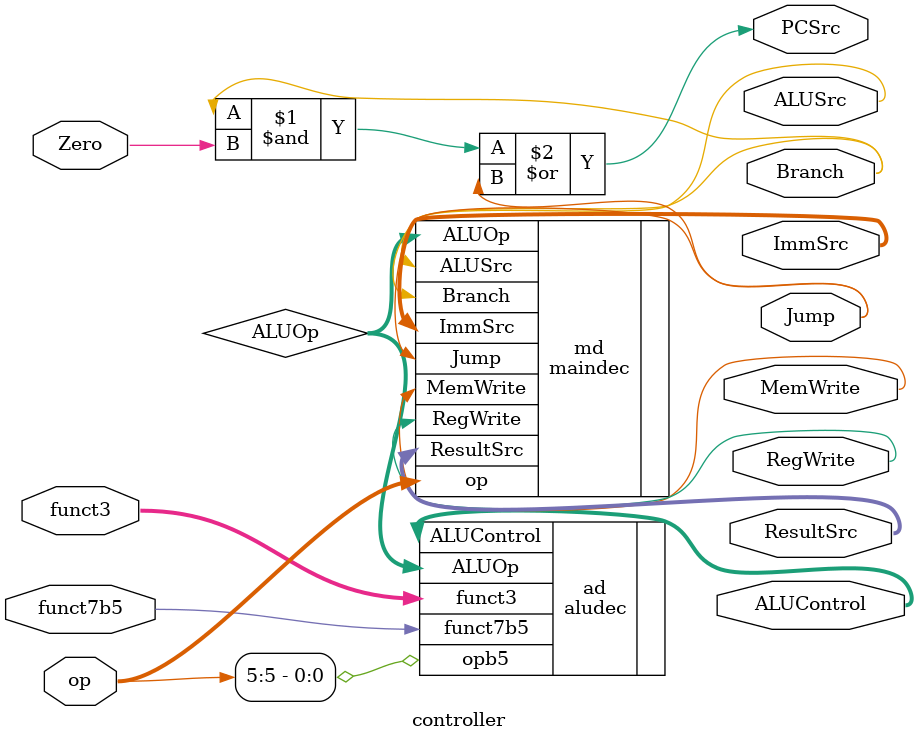
<source format=v>
module controller(input  [6:0] op,
                  input  [2:0] funct3,
                  input        funct7b5,
                  input        Zero,
                  output [1:0] ResultSrc, 
                  output MemWrite,
                  output PCSrc, ALUSrc,
                  output RegWrite, Jump,
                  output Branch,  // Agregado como puerto de salida
                  output [2:0] ImmSrc,  // Cambiado a 3 bits para compatibilidad con maindec
                  output [2:0] ALUControl);
  
  wire [1:0] ALUOp; 
  wire       Branch; 
  
  maindec md(
    .op(op), 
    .ResultSrc(ResultSrc), 
    .MemWrite(MemWrite), 
    .Branch(Branch),
    .ALUSrc(ALUSrc), 
    .RegWrite(RegWrite), 
    .Jump(Jump), 
    .ImmSrc(ImmSrc), 
    .ALUOp(ALUOp)
  ); 

  aludec  ad(
    .opb5(op[5]), 
    .funct3(funct3), 
    .funct7b5(funct7b5), 
    .ALUOp(ALUOp), 
    .ALUControl(ALUControl)
  ); 

  assign PCSrc = Branch & Zero | Jump; 
endmodule
</source>
